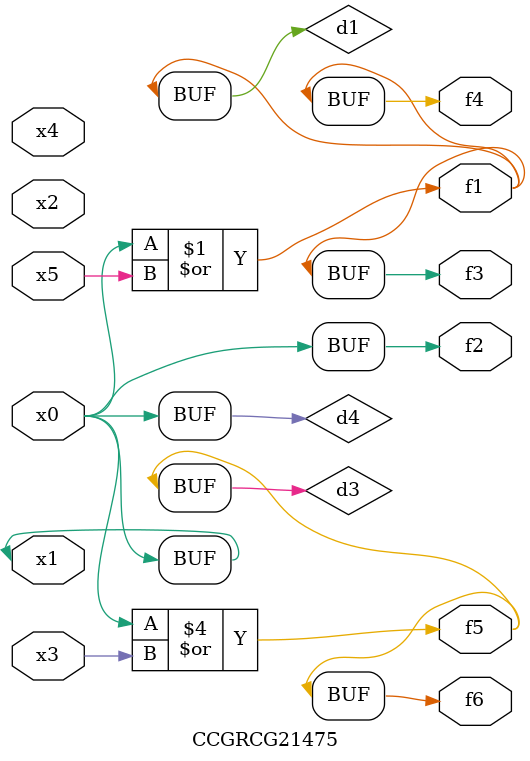
<source format=v>
module CCGRCG21475(
	input x0, x1, x2, x3, x4, x5,
	output f1, f2, f3, f4, f5, f6
);

	wire d1, d2, d3, d4;

	or (d1, x0, x5);
	xnor (d2, x1, x4);
	or (d3, x0, x3);
	buf (d4, x0, x1);
	assign f1 = d1;
	assign f2 = d4;
	assign f3 = d1;
	assign f4 = d1;
	assign f5 = d3;
	assign f6 = d3;
endmodule

</source>
